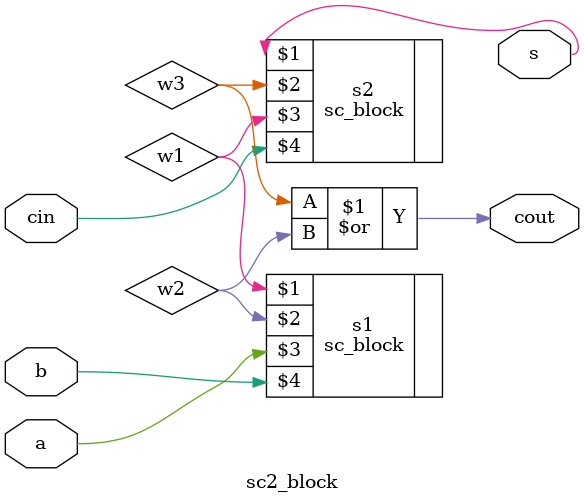
<source format=v>

module sc2_block(s, cout, a, b, cin);
output s,cout;
input a,b,cin;
wire w1,w2,w3;
sc_block s1(w1,w2,a,b);
sc_block s2(s,w3,w1,cin);
or o1(cout,w3,w2);

endmodule // sc2_block

</source>
